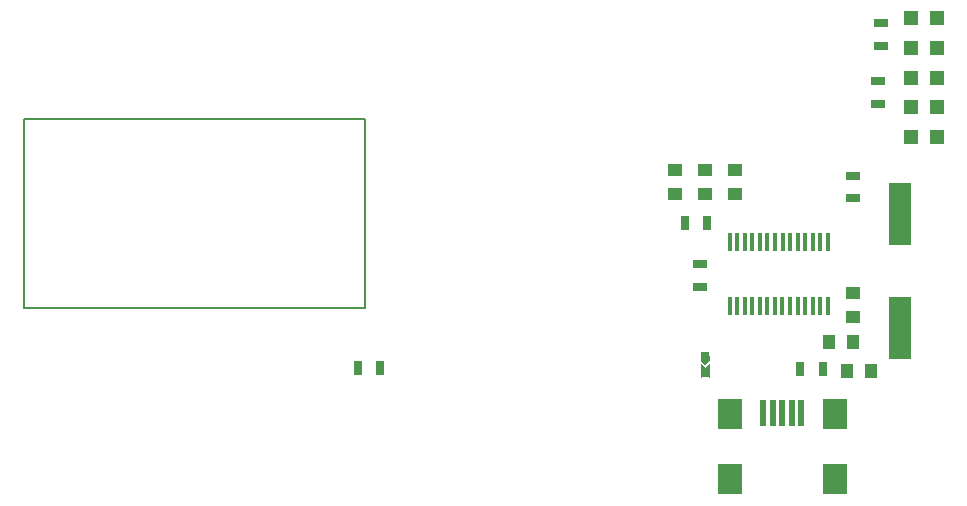
<source format=gbr>
G04 #@! TF.FileFunction,Paste,Top*
%FSLAX46Y46*%
G04 Gerber Fmt 4.6, Leading zero omitted, Abs format (unit mm)*
G04 Created by KiCad (PCBNEW 4.0.4-stable) date 05/10/17 13:02:38*
%MOMM*%
%LPD*%
G01*
G04 APERTURE LIST*
%ADD10C,0.100000*%
%ADD11C,0.150000*%
%ADD12R,1.300000X0.700000*%
%ADD13R,1.200000X1.200000*%
%ADD14R,0.700000X1.300000*%
%ADD15R,1.250000X1.000000*%
%ADD16R,1.000000X1.250000*%
%ADD17R,1.930400X5.334000*%
%ADD18R,0.350000X1.500000*%
%ADD19R,0.500380X2.301240*%
%ADD20R,1.998980X2.499360*%
%ADD21R,0.750000X0.800000*%
G04 APERTURE END LIST*
D10*
D11*
X49000000Y-127680000D02*
X28300000Y-127680000D01*
X57199999Y-123430000D02*
X57200000Y-111680000D01*
X57199999Y-127680000D02*
X57199999Y-123430000D01*
X49000000Y-127680000D02*
X57199999Y-127680000D01*
X28300001Y-111680000D02*
X28300000Y-127680000D01*
X57200000Y-111680000D02*
X28300001Y-111680000D01*
D12*
X100900000Y-105450000D03*
X100900000Y-103550000D03*
D13*
X105600000Y-110643548D03*
X103400000Y-110643548D03*
D14*
X84250000Y-120500000D03*
X86150000Y-120500000D03*
D15*
X86000000Y-118000000D03*
X86000000Y-116000000D03*
D13*
X105600000Y-113200000D03*
X103400000Y-113200000D03*
D12*
X100600000Y-110350000D03*
X100600000Y-108450000D03*
D16*
X98000000Y-133000000D03*
X100000000Y-133000000D03*
D13*
X103400000Y-108143548D03*
X105600000Y-108143548D03*
D15*
X88500000Y-118000000D03*
X88500000Y-116000000D03*
D14*
X95950000Y-132800000D03*
X94050000Y-132800000D03*
D16*
X96500000Y-130500000D03*
X98500000Y-130500000D03*
D13*
X103400000Y-105643548D03*
X105600000Y-105643548D03*
D12*
X85500000Y-123950000D03*
X85500000Y-125850000D03*
D13*
X105600000Y-103143548D03*
X103400000Y-103143548D03*
D17*
X102500000Y-129326000D03*
X102500000Y-119674000D03*
D18*
X91889000Y-127500000D03*
X91889000Y-122100000D03*
X92509000Y-127500000D03*
X92529000Y-122100000D03*
X91249000Y-122100000D03*
X91249000Y-127500000D03*
X90609000Y-127500000D03*
X90609000Y-122100000D03*
X93169000Y-122100000D03*
X93809000Y-122100000D03*
X93169000Y-127500000D03*
X93809000Y-127500000D03*
X89969000Y-127500000D03*
X94449000Y-127500000D03*
X94449000Y-122100000D03*
X89969000Y-122100000D03*
X89329000Y-127500000D03*
X89329000Y-122100000D03*
X95089000Y-122100000D03*
X95089000Y-127500000D03*
X95729000Y-127500000D03*
X95729000Y-122100000D03*
X88689000Y-122100000D03*
X88689000Y-127500000D03*
X88049000Y-127500000D03*
X88049000Y-122100000D03*
X96369000Y-122100000D03*
X96369000Y-127500000D03*
D15*
X83400000Y-118000000D03*
X83400000Y-116000000D03*
X98500000Y-126400000D03*
X98500000Y-128400000D03*
D12*
X98500000Y-116450000D03*
X98500000Y-118350000D03*
D19*
X90899800Y-136550680D03*
X91699900Y-136550680D03*
X92500000Y-136550680D03*
X93300100Y-136550680D03*
X94100200Y-136550680D03*
D20*
X88049920Y-136649740D03*
X88049920Y-142148840D03*
X96950080Y-136649740D03*
X96950080Y-142148840D03*
D14*
X56550000Y-132750000D03*
X58450000Y-132750000D03*
D21*
X86000000Y-131700000D03*
X86000000Y-133200000D03*
D10*
G36*
X86375000Y-133583800D02*
X85625000Y-133033800D01*
X85625000Y-132983800D01*
X86375000Y-132433800D01*
X86375000Y-133583800D01*
X86375000Y-133583800D01*
G37*
G36*
X85625000Y-132433800D02*
X86375000Y-132983800D01*
X86375000Y-133033800D01*
X85625000Y-133583800D01*
X85625000Y-132433800D01*
X85625000Y-132433800D01*
G37*
G36*
X86000040Y-132442000D02*
X85624040Y-132142000D01*
X85624040Y-131742000D01*
X86000040Y-131442000D01*
X86000040Y-132442000D01*
X86000040Y-132442000D01*
G37*
G36*
X85999960Y-131442000D02*
X86375960Y-131742000D01*
X86375960Y-132142000D01*
X85999960Y-132442000D01*
X85999960Y-131442000D01*
X85999960Y-131442000D01*
G37*
M02*

</source>
